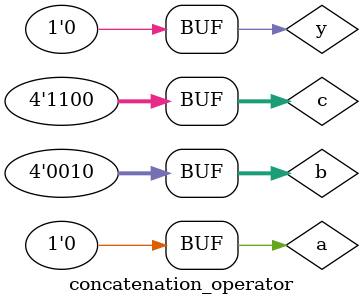
<source format=v>
`timescale 1ns / 1ps


module concatenation_operator();
reg a;
reg [3:0]b,c;
wire y;
assign y = {a, b[0], c[1]};
initial begin
a=0;#10;
b[3:0]=4'b0010;#10;
c[3:0]=4'b1100;#10;
end
endmodule

</source>
